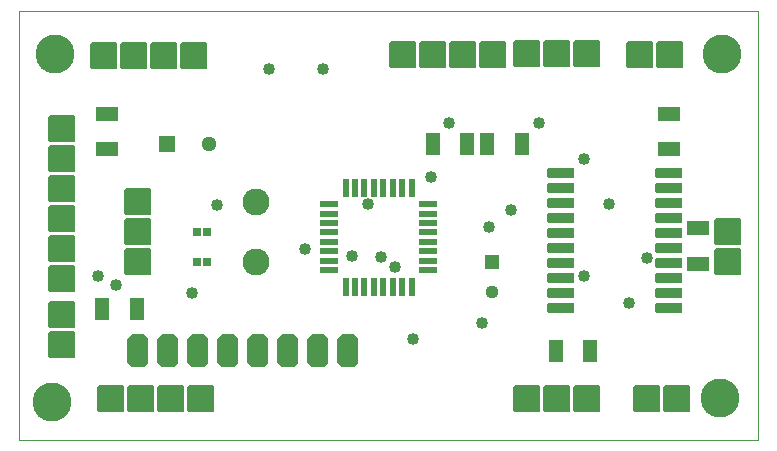
<source format=gbr>
G04 PROTEUS GERBER X2 FILE*
%TF.GenerationSoftware,Labcenter,Proteus,8.15-SP1-Build34318*%
%TF.CreationDate,2024-02-24T08:34:58+00:00*%
%TF.FileFunction,Soldermask,Top*%
%TF.FilePolarity,Negative*%
%TF.Part,Single*%
%TF.SameCoordinates,{d6b9a477-15e1-4d55-aad5-44706a46bc90}*%
%FSLAX45Y45*%
%MOMM*%
G01*
%TA.AperFunction,Material*%
%ADD31C,1.016000*%
%AMPPAD026*
4,1,4,
-0.749300,-0.279400,
-0.749300,0.279400,
0.749300,0.279400,
0.749300,-0.279400,
-0.749300,-0.279400,
0*%
%TA.AperFunction,Material*%
%ADD32PPAD026*%
%AMPPAD027*
4,1,4,
-0.279400,0.749300,
0.279400,0.749300,
0.279400,-0.749300,
-0.279400,-0.749300,
-0.279400,0.749300,
0*%
%ADD33PPAD027*%
%AMPPAD028*
4,1,4,
0.560000,0.560000,
0.560000,-0.560000,
-0.560000,-0.560000,
-0.560000,0.560000,
0.560000,0.560000,
0*%
%TA.AperFunction,Material*%
%ADD34PPAD028*%
%ADD35C,1.120000*%
%AMPPAD030*
4,1,4,
-0.304800,-0.304800,
-0.304800,0.304800,
0.304800,0.304800,
0.304800,-0.304800,
-0.304800,-0.304800,
0*%
%ADD36PPAD030*%
%AMPPAD031*
4,1,36,
-1.143000,-1.016000,
-1.143000,1.016000,
-1.140470,1.041970,
-1.133200,1.065980,
-1.121650,1.087580,
-1.106290,1.106290,
-1.087570,1.121650,
-1.065980,1.133200,
-1.041970,1.140470,
-1.016000,1.143000,
1.016000,1.143000,
1.041970,1.140470,
1.065980,1.133200,
1.087570,1.121650,
1.106290,1.106290,
1.121650,1.087580,
1.133200,1.065980,
1.140470,1.041970,
1.143000,1.016000,
1.143000,-1.016000,
1.140470,-1.041970,
1.133200,-1.065980,
1.121650,-1.087580,
1.106290,-1.106290,
1.087570,-1.121650,
1.065980,-1.133200,
1.041970,-1.140470,
1.016000,-1.143000,
-1.016000,-1.143000,
-1.041970,-1.140470,
-1.065980,-1.133200,
-1.087570,-1.121650,
-1.106290,-1.106290,
-1.121650,-1.087580,
-1.133200,-1.065980,
-1.140470,-1.041970,
-1.143000,-1.016000,
0*%
%ADD37PPAD031*%
%AMPPAD032*
4,1,4,
-0.571500,0.901700,
0.571500,0.901700,
0.571500,-0.901700,
-0.571500,-0.901700,
-0.571500,0.901700,
0*%
%ADD38PPAD032*%
%AMPPAD033*
4,1,36,
-1.143000,-0.317500,
-1.143000,0.317500,
-1.140470,0.343470,
-1.133200,0.367480,
-1.121650,0.389080,
-1.106290,0.407790,
-1.087570,0.423150,
-1.065980,0.434700,
-1.041970,0.441970,
-1.016000,0.444500,
1.016000,0.444500,
1.041970,0.441970,
1.065980,0.434700,
1.087570,0.423150,
1.106290,0.407790,
1.121650,0.389080,
1.133200,0.367480,
1.140470,0.343470,
1.143000,0.317500,
1.143000,-0.317500,
1.140470,-0.343470,
1.133200,-0.367480,
1.121650,-0.389080,
1.106290,-0.407790,
1.087570,-0.423150,
1.065980,-0.434700,
1.041970,-0.441970,
1.016000,-0.444500,
-1.016000,-0.444500,
-1.041970,-0.441970,
-1.065980,-0.434700,
-1.087570,-0.423150,
-1.106290,-0.407790,
-1.121650,-0.389080,
-1.133200,-0.367480,
-1.140470,-0.343470,
-1.143000,-0.317500,
0*%
%TA.AperFunction,Material*%
%ADD39PPAD033*%
%TA.AperFunction,Material*%
%ADD40C,2.286000*%
%AMPPAD035*
4,1,4,
-0.640000,0.640000,
0.640000,0.640000,
0.640000,-0.640000,
-0.640000,-0.640000,
-0.640000,0.640000,
0*%
%ADD41PPAD035*%
%ADD42C,1.280000*%
%AMPPAD037*
4,1,36,
1.016000,-1.143000,
-1.016000,-1.143000,
-1.041970,-1.140470,
-1.065980,-1.133200,
-1.087580,-1.121650,
-1.106290,-1.106290,
-1.121650,-1.087570,
-1.133200,-1.065980,
-1.140470,-1.041970,
-1.143000,-1.016000,
-1.143000,1.016000,
-1.140470,1.041970,
-1.133200,1.065980,
-1.121650,1.087570,
-1.106290,1.106290,
-1.087580,1.121650,
-1.065980,1.133200,
-1.041970,1.140470,
-1.016000,1.143000,
1.016000,1.143000,
1.041970,1.140470,
1.065980,1.133200,
1.087580,1.121650,
1.106290,1.106290,
1.121650,1.087570,
1.133200,1.065980,
1.140470,1.041970,
1.143000,1.016000,
1.143000,-1.016000,
1.140470,-1.041970,
1.133200,-1.065980,
1.121650,-1.087570,
1.106290,-1.106290,
1.087580,-1.121650,
1.065980,-1.133200,
1.041970,-1.140470,
1.016000,-1.143000,
0*%
%TA.AperFunction,Material*%
%ADD43PPAD037*%
%AMPPAD038*
4,1,4,
0.901700,0.571500,
0.901700,-0.571500,
-0.901700,-0.571500,
-0.901700,0.571500,
0.901700,0.571500,
0*%
%TA.AperFunction,Material*%
%ADD44PPAD038*%
%AMPPAD039*
4,1,8,
0.509800,1.397000,
-0.509800,1.397000,
-0.889000,1.017800,
-0.889000,-1.017800,
-0.509800,-1.397000,
0.509800,-1.397000,
0.889000,-1.017800,
0.889000,1.017800,
0.509800,1.397000,
0*%
%TA.AperFunction,Material*%
%ADD45PPAD039*%
%TA.AperFunction,Material*%
%ADD46C,3.302000*%
%TA.AperFunction,Profile*%
%ADD25C,0.101600*%
%TD.AperFunction*%
D31*
X-6172200Y+6096000D03*
X-4724400Y+6629400D03*
X-6324600Y+6705600D03*
X-6436000Y+6794500D03*
X-4508500Y+7239000D03*
X-8036000Y+6487000D03*
X-6934200Y+8382000D03*
X-7391400Y+8382000D03*
X-6683200Y+6804200D03*
X-7830820Y+7236460D03*
X-6019800Y+7467600D03*
X-6553200Y+7239000D03*
X-5105400Y+7924800D03*
X-4343400Y+6400800D03*
X-4724400Y+7620000D03*
X-5336000Y+7187000D03*
X-5588000Y+6233160D03*
X-8839200Y+6629400D03*
X-4191000Y+6781800D03*
X-5867400Y+7924800D03*
X-5524500Y+7048500D03*
X-7086600Y+6858000D03*
X-8686800Y+6553200D03*
D32*
X-6880000Y+7240000D03*
X-6880000Y+7160000D03*
X-6880000Y+7080000D03*
X-6880000Y+7000000D03*
X-6880000Y+6920000D03*
X-6880000Y+6840000D03*
X-6880000Y+6760000D03*
X-6880000Y+6680000D03*
D33*
X-6740000Y+6540000D03*
X-6660000Y+6540000D03*
X-6580000Y+6540000D03*
X-6500000Y+6540000D03*
X-6420000Y+6540000D03*
X-6340000Y+6540000D03*
X-6260000Y+6540000D03*
X-6180000Y+6540000D03*
D32*
X-6040000Y+6680000D03*
X-6040000Y+6760000D03*
X-6040000Y+6840000D03*
X-6040000Y+6920000D03*
X-6040000Y+7000000D03*
X-6040000Y+7080000D03*
X-6040000Y+7160000D03*
X-6040000Y+7240000D03*
D33*
X-6180000Y+7380000D03*
X-6260000Y+7380000D03*
X-6340000Y+7380000D03*
X-6420000Y+7380000D03*
X-6500000Y+7380000D03*
X-6580000Y+7380000D03*
X-6660000Y+7380000D03*
X-6740000Y+7380000D03*
D34*
X-5500000Y+6750000D03*
D35*
X-5500000Y+6500000D03*
D36*
X-8000000Y+7000000D03*
X-7910000Y+7000000D03*
D37*
X-9144000Y+6604000D03*
X-9144000Y+6858000D03*
X-9144000Y+7112000D03*
X-9144000Y+7366000D03*
X-9144000Y+6301220D03*
X-9144000Y+6047220D03*
D38*
X-5540000Y+7750000D03*
X-5250000Y+7750000D03*
X-4670000Y+6000000D03*
X-4960000Y+6000000D03*
D39*
X-4914400Y+7504000D03*
X-4914400Y+7377000D03*
X-4914400Y+7250000D03*
X-4914400Y+7123000D03*
X-4914400Y+6996000D03*
X-4914400Y+6869000D03*
X-4914400Y+6742000D03*
X-4914400Y+6615000D03*
X-4914400Y+6488000D03*
X-4914400Y+6361000D03*
X-4000000Y+6361000D03*
X-4000000Y+6488000D03*
X-4000000Y+6615000D03*
X-4000000Y+6742000D03*
X-4000000Y+6869000D03*
X-4000000Y+6996000D03*
X-4000000Y+7123000D03*
X-4000000Y+7250000D03*
X-4000000Y+7377000D03*
X-4000000Y+7504000D03*
D40*
X-7500000Y+7258000D03*
X-7500000Y+6750000D03*
D41*
X-8250000Y+7750000D03*
D42*
X-7900000Y+7750000D03*
D36*
X-8000000Y+6750000D03*
X-7910000Y+6750000D03*
D43*
X-5492000Y+8500000D03*
X-5746000Y+8500000D03*
X-6000000Y+8500000D03*
X-6254000Y+8500000D03*
D37*
X-3500000Y+6750000D03*
X-3500000Y+7004000D03*
X-9144000Y+7874000D03*
X-9144000Y+7620000D03*
D38*
X-5710000Y+7750000D03*
X-6000000Y+7750000D03*
D44*
X-4000000Y+8000000D03*
X-4000000Y+7710000D03*
D37*
X-8500000Y+6746000D03*
X-8500000Y+7000000D03*
X-8500000Y+7254000D03*
D43*
X-4191000Y+5588000D03*
X-3937000Y+5588000D03*
X-3996000Y+8500000D03*
X-4250000Y+8500000D03*
X-7962000Y+5587000D03*
X-8216000Y+5587000D03*
X-8470000Y+5587000D03*
X-8724000Y+5587000D03*
X-8026000Y+8497000D03*
X-8280000Y+8497000D03*
X-8534000Y+8497000D03*
X-8788000Y+8497000D03*
D45*
X-6722000Y+6000000D03*
X-6976000Y+6000000D03*
X-7230000Y+6000000D03*
X-7484000Y+6000000D03*
X-7738000Y+6000000D03*
X-7992000Y+6000000D03*
X-8246000Y+6000000D03*
X-8500000Y+6000000D03*
D43*
X-5207000Y+8509000D03*
X-4953000Y+8509000D03*
X-4699000Y+8509000D03*
X-5207000Y+5588000D03*
X-4953000Y+5588000D03*
X-4699000Y+5588000D03*
D44*
X-8763000Y+8001000D03*
X-8763000Y+7711000D03*
D38*
X-8799000Y+6350000D03*
X-8509000Y+6350000D03*
D46*
X-9196000Y+8507000D03*
X-9226000Y+5567000D03*
X-3566000Y+5597000D03*
X-3556000Y+8507000D03*
D44*
X-3757000Y+7036000D03*
X-3757000Y+6736000D03*
D25*
X-9504000Y+5246000D02*
X-3250000Y+5246000D01*
X-3250000Y+8873000D01*
X-9504000Y+8873000D01*
X-9504000Y+5246000D01*
M02*

</source>
